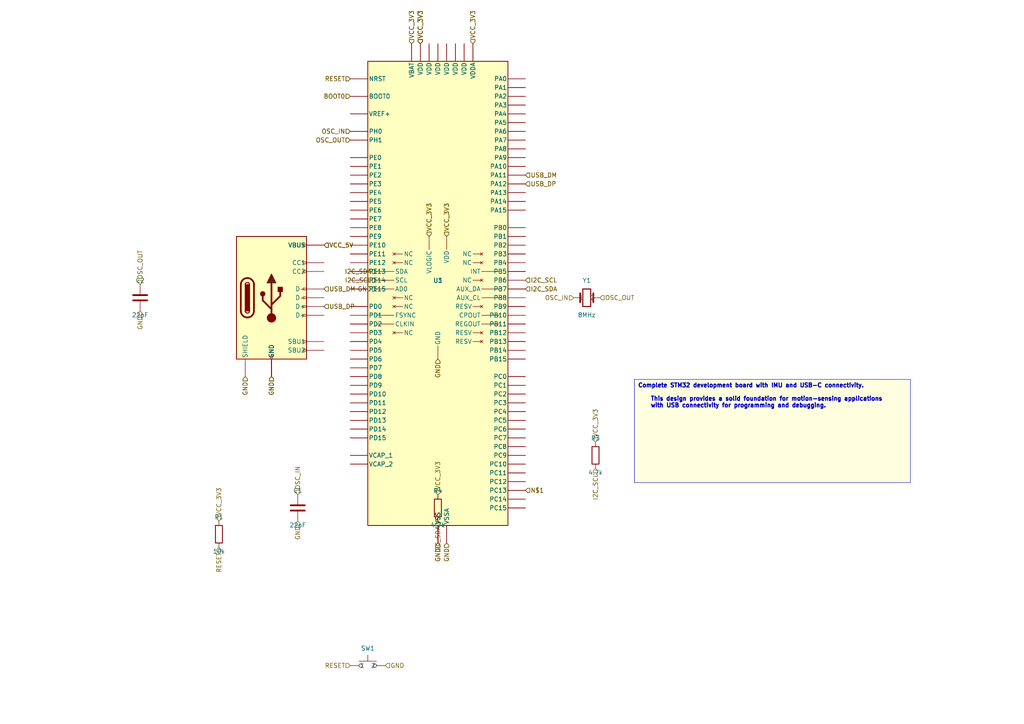
<source format=kicad_sch>
(kicad_sch (version 20250114) (generator "kicad_api") (generator_version 9.0)
  (paper A0)
  (paper A4)
  (lib_symbols
    (symbol "Connector:USB_C_Receptacle_USB2.0_16P" (pin_numbers hide) (pin_names (offset 0.254))
      (property "Reference" "J" (at 0.0 0.0 0))
      (property "Value" "USB_C_Receptacle_USB2.0_16P" (at 0.0 0.0 0))
      (symbol "USB_C_Receptacle_USB2.0_16P_0_1"
        (rectangle (start -0.254 -17.78) (end 0.254 -16.764) (stroke (width 0.0)))
        (rectangle (start 10.16 15.494) (end 9.144 14.986) (stroke (width 0.0)))
        (rectangle (start 10.16 10.414) (end 9.144 9.906) (stroke (width 0.0)))
        (rectangle (start 10.16 7.874) (end 9.144 7.366) (stroke (width 0.0)))
        (rectangle (start 10.16 2.794) (end 9.144 2.286) (stroke (width 0.0)))
        (rectangle (start 10.16 0.254) (end 9.144 -0.254) (stroke (width 0.0)))
        (rectangle (start 10.16 -2.286) (end 9.144 -2.794) (stroke (width 0.0)))
        (rectangle (start 10.16 -4.826) (end 9.144 -5.334) (stroke (width 0.0)))
        (rectangle (start 10.16 -12.446) (end 9.144 -12.954) (stroke (width 0.0)))
        (rectangle (start 10.16 -14.986) (end 9.144 -15.494) (stroke (width 0.0)))
        (rectangle (start -10.16 17.78) (end 10.16 -17.78) (stroke (width 0.254)) (fill (type background)))
        (polyline (pts (xy -8.89 -3.81) (xy -8.89 3.81)) (stroke (width 0.508)))
        (rectangle (start -7.62 -3.81) (end -6.35 3.81) (stroke (width 0.254)) (fill (type outline)))
        (arc (start -7.62 3.81) (mid -6.985 4.4423) (end -6.35 3.81) (stroke (width 0.254)))
        (arc (start -7.62 3.81) (mid -6.985 4.4423) (end -6.35 3.81) (stroke (width 0.254)))
        (arc (start -8.89 3.81) (mid -6.985 5.7067) (end -5.08 3.81) (stroke (width 0.508)))
        (arc (start -5.08 -3.81) (mid -6.985 -5.7067) (end -8.89 -3.81) (stroke (width 0.508)))
        (arc (start -6.35 -3.81) (mid -6.985 -4.4423) (end -7.62 -3.81) (stroke (width 0.254)))
        (arc (start -6.35 -3.81) (mid -6.985 -4.4423) (end -7.62 -3.81) (stroke (width 0.254)))
        (polyline (pts (xy -5.08 3.81) (xy -5.08 -3.81)) (stroke (width 0.508)))
        (circle (center -2.54 1.143) (radius 0.635) (stroke (width 0.254)) (fill (type outline)))
        (polyline (pts (xy -1.27 4.318) (xy 0.0 6.858) (xy 1.27 4.318) (xy -1.27 4.318)) (stroke (width 0.254)) (fill (type outline)))
        (polyline (pts (xy 0.0 -2.032) (xy 2.54 0.508) (xy 2.54 1.778)) (stroke (width 0.508)))
        (polyline (pts (xy 0.0 -3.302) (xy -2.54 -0.762) (xy -2.54 0.508)) (stroke (width 0.508)))
        (polyline (pts (xy 0.0 -5.842) (xy 0.0 4.318)) (stroke (width 0.508)))
        (circle (center 0.0 -5.842) (radius 1.27) (stroke (width 0.0)) (fill (type outline)))
        (rectangle (start 1.905 1.778) (end 3.175 3.048) (stroke (width 0.254)) (fill (type outline)))
      )
      (symbol "USB_C_Receptacle_USB2.0_16P_1_1"
        (pin passive line (at -7.62 -22.86 90) (length 5.08) (name SHIELD) (number S1))
        (pin passive line (at 0.0 -22.86 90) (length 5.08) (name GND) (number A1))
        (pin passive line (at 0.0 -22.86 90) (length 5.08) (name GND) (number A12))
        (pin passive line (at 0.0 -22.86 90) (length 5.08) (name GND) (number B1))
        (pin passive line (at 0.0 -22.86 90) (length 5.08) (name GND) (number B12))
        (pin passive line (at 15.24 15.24 180) (length 5.08) (name VBUS) (number A4))
        (pin passive line (at 15.24 15.24 180) (length 5.08) (name VBUS) (number A9))
        (pin passive line (at 15.24 15.24 180) (length 5.08) (name VBUS) (number B4))
        (pin passive line (at 15.24 15.24 180) (length 5.08) (name VBUS) (number B9))
        (pin bidirectional line (at 15.24 10.16 180) (length 5.08) (name CC1) (number A5))
        (pin bidirectional line (at 15.24 7.62 180) (length 5.08) (name CC2) (number B5))
        (pin bidirectional line (at 15.24 2.54 180) (length 5.08) (name D-) (number A7))
        (pin bidirectional line (at 15.24 0.0 180) (length 5.08) (name D-) (number B7))
        (pin bidirectional line (at 15.24 -2.54 180) (length 5.08) (name D+) (number A6))
        (pin bidirectional line (at 15.24 -5.08 180) (length 5.08) (name D+) (number B6))
        (pin bidirectional line (at 15.24 -12.7 180) (length 5.08) (name SBU1) (number A8))
        (pin bidirectional line (at 15.24 -15.24 180) (length 5.08) (name SBU2) (number B8))
      )
    )
    (symbol "Device:C" (pin_numbers hide) (pin_names (offset 0.254))
      (property "Reference" "C" (at 0.0 0.0 0))
      (property "Value" "C" (at 0.0 0.0 0))
      (symbol "C_0_1"
        (polyline (pts (xy -2.032 0.762) (xy 2.032 0.762)) (stroke (width 0.508)))
        (polyline (pts (xy -2.032 -0.762) (xy 2.032 -0.762)) (stroke (width 0.508)))
      )
      (symbol "C_1_1"
        (pin passive line (at 0.0 3.81 270) (length 2.794) (name ~) (number "1"))
        (pin passive line (at 0.0 -3.81 90) (length 2.794) (name ~) (number "2"))
      )
    )
    (symbol "Device:Crystal" (pin_numbers hide) (pin_names (offset 0.254))
      (property "Reference" "Y" (at 0.0 0.0 0))
      (property "Value" "Crystal" (at 0.0 0.0 0))
      (symbol "Crystal_0_1"
        (polyline (pts (xy -2.54 0.0) (xy -1.905 0.0)) (stroke (width 0.0)))
        (polyline (pts (xy -1.905 -1.27) (xy -1.905 1.27)) (stroke (width 0.508)))
        (rectangle (start -1.143 2.54) (end 1.143 -2.54) (stroke (width 0.3048)))
        (polyline (pts (xy 1.905 -1.27) (xy 1.905 1.27)) (stroke (width 0.508)))
        (polyline (pts (xy 2.54 0.0) (xy 1.905 0.0)) (stroke (width 0.0)))
      )
      (symbol "Crystal_1_1"
        (pin passive line (at -3.81 0.0 0) (length 1.27) (name "1") (number "1"))
        (pin passive line (at 3.81 0.0 180) (length 1.27) (name "2") (number "2"))
      )
    )
    (symbol "Device:LED" (pin_numbers hide) (pin_names (offset 0.254))
      (property "Reference" "D" (at 0.0 0.0 0))
      (property "Value" "LED" (at 0.0 0.0 0))
      (property "Sim.Pins" "1=K 2=A" (at 0.0 0.0 0))
      (symbol "LED_0_1"
        (polyline (pts (xy -3.048 -0.762) (xy -4.572 -2.286) (xy -3.81 -2.286) (xy -4.572 -2.286) (xy -4.572 -1.524)) (stroke (width 0.0)))
        (polyline (pts (xy -1.778 -0.762) (xy -3.302 -2.286) (xy -2.54 -2.286) (xy -3.302 -2.286) (xy -3.302 -1.524)) (stroke (width 0.0)))
        (polyline (pts (xy -1.27 0.0) (xy 1.27 0.0)) (stroke (width 0.0)))
        (polyline (pts (xy -1.27 -1.27) (xy -1.27 1.27)) (stroke (width 0.254)))
        (polyline (pts (xy 1.27 -1.27) (xy 1.27 1.27) (xy -1.27 0.0) (xy 1.27 -1.27)) (stroke (width 0.254)))
      )
      (symbol "LED_1_1"
        (pin passive line (at -3.81 0.0 0) (length 2.54) (name K) (number "1"))
        (pin passive line (at 3.81 0.0 180) (length 2.54) (name A) (number "2"))
      )
    )
    (symbol "Device:R" (pin_numbers hide) (pin_names (offset 0.254))
      (property "Reference" "R" (at 0.0 0.0 0))
      (property "Value" "R" (at 0.0 0.0 0))
      (symbol "R_0_1"
        (rectangle (start -1.016 -2.54) (end 1.016 2.54) (stroke (width 0.254)))
      )
      (symbol "R_1_1"
        (pin passive line (at 0.0 3.81 270) (length 1.27) (name ~) (number "1"))
        (pin passive line (at 0.0 -3.81 90) (length 1.27) (name ~) (number "2"))
      )
    )
    (symbol "MCU_ST_STM32F4:STM32F407VGTx" (pin_numbers hide) (pin_names (offset 0.254))
      (property "Reference" "U" (at 0.0 0.0 0))
      (property "Value" "STM32F407VGTx" (at 0.0 0.0 0))
      (symbol "STM32F407VGTx_0_1"
        (rectangle (start -20.32 -66.04) (end 20.32 68.58) (stroke (width 0.254)) (fill (type background)))
      )
      (symbol "STM32F407VGTx_1_1"
        (pin input line (at -25.4 63.5 0) (length 5.08) (name NRST) (number "14"))
        (pin input line (at -25.4 58.42 0) (length 5.08) (name BOOT0) (number "94"))
        (pin input line (at -25.4 53.34 0) (length 5.08) (name VREF+) (number "21"))
        (pin bidirectional line (at -25.4 48.26 0) (length 5.08) (name PH0) (number "12"))
        (pin bidirectional line (at -25.4 45.72 0) (length 5.08) (name PH1) (number "13"))
        (pin bidirectional line (at -25.4 40.64 0) (length 5.08) (name PE0) (number "97"))
        (pin bidirectional line (at -25.4 38.1 0) (length 5.08) (name PE1) (number "98"))
        (pin bidirectional line (at -25.4 35.56 0) (length 5.08) (name PE2) (number "1"))
        (pin bidirectional line (at -25.4 33.02 0) (length 5.08) (name PE3) (number "2"))
        (pin bidirectional line (at -25.4 30.48 0) (length 5.08) (name PE4) (number "3"))
        (pin bidirectional line (at -25.4 27.94 0) (length 5.08) (name PE5) (number "4"))
        (pin bidirectional line (at -25.4 25.4 0) (length 5.08) (name PE6) (number "5"))
        (pin bidirectional line (at -25.4 22.86 0) (length 5.08) (name PE7) (number "38"))
        (pin bidirectional line (at -25.4 20.32 0) (length 5.08) (name PE8) (number "39"))
        (pin bidirectional line (at -25.4 17.78 0) (length 5.08) (name PE9) (number "40"))
        (pin bidirectional line (at -25.4 15.24 0) (length 5.08) (name PE10) (number "41"))
        (pin bidirectional line (at -25.4 12.7 0) (length 5.08) (name PE11) (number "42"))
        (pin bidirectional line (at -25.4 10.16 0) (length 5.08) (name PE12) (number "43"))
        (pin bidirectional line (at -25.4 7.62 0) (length 5.08) (name PE13) (number "44"))
        (pin bidirectional line (at -25.4 5.08 0) (length 5.08) (name PE14) (number "45"))
        (pin bidirectional line (at -25.4 2.54 0) (length 5.08) (name PE15) (number "46"))
        (pin bidirectional line (at -25.4 -2.54 0) (length 5.08) (name PD0) (number "81"))
        (pin bidirectional line (at -25.4 -5.08 0) (length 5.08) (name PD1) (number "82"))
        (pin bidirectional line (at -25.4 -7.62 0) (length 5.08) (name PD2) (number "83"))
        (pin bidirectional line (at -25.4 -10.16 0) (length 5.08) (name PD3) (number "84"))
        (pin bidirectional line (at -25.4 -12.7 0) (length 5.08) (name PD4) (number "85"))
        (pin bidirectional line (at -25.4 -15.24 0) (length 5.08) (name PD5) (number "86"))
        (pin bidirectional line (at -25.4 -17.78 0) (length 5.08) (name PD6) (number "87"))
        (pin bidirectional line (at -25.4 -20.32 0) (length 5.08) (name PD7) (number "88"))
        (pin bidirectional line (at -25.4 -22.86 0) (length 5.08) (name PD8) (number "55"))
        (pin bidirectional line (at -25.4 -25.4 0) (length 5.08) (name PD9) (number "56"))
        (pin bidirectional line (at -25.4 -27.94 0) (length 5.08) (name PD10) (number "57"))
        (pin bidirectional line (at -25.4 -30.48 0) (length 5.08) (name PD11) (number "58"))
        (pin bidirectional line (at -25.4 -33.02 0) (length 5.08) (name PD12) (number "59"))
        (pin bidirectional line (at -25.4 -35.56 0) (length 5.08) (name PD13) (number "60"))
        (pin bidirectional line (at -25.4 -38.1 0) (length 5.08) (name PD14) (number "61"))
        (pin bidirectional line (at -25.4 -40.64 0) (length 5.08) (name PD15) (number "62"))
        (pin power_out line (at -25.4 -45.72 0) (length 5.08) (name VCAP_1) (number "49"))
        (pin power_out line (at -25.4 -48.26 0) (length 5.08) (name VCAP_2) (number "73"))
        (pin power_in line (at -7.62 73.66 270) (length 5.08) (name VBAT) (number "6"))
        (pin power_in line (at -5.08 73.66 270) (length 5.08) (name VDD) (number "11"))
        (pin power_in line (at -2.54 73.66 270) (length 5.08) (name VDD) (number "19"))
        (pin power_in line (at 0.0 73.66 270) (length 5.08) (name VDD) (number "28"))
        (pin power_in line (at 0.0 -71.12 90) (length 5.08) (name VSS) (number "10"))
        (pin passive line (at 0.0 -71.12 90) (length 5.08) (name VSS) (number "27"))
        (pin passive line (at 0.0 -71.12 90) (length 5.08) (name VSS) (number "74"))
        (pin passive line (at 0.0 -71.12 90) (length 5.08) (name VSS) (number "99"))
        (pin power_in line (at 2.54 73.66 270) (length 5.08) (name VDD) (number "50"))
        (pin power_in line (at 2.54 -71.12 90) (length 5.08) (name VSSA) (number "20"))
        (pin power_in line (at 5.08 73.66 270) (length 5.08) (name VDD) (number "75"))
        (pin power_in line (at 7.62 73.66 270) (length 5.08) (name VDD) (number "100"))
        (pin power_in line (at 10.16 73.66 270) (length 5.08) (name VDDA) (number "22"))
        (pin bidirectional line (at 25.4 63.5 180) (length 5.08) (name PA0) (number "23"))
        (pin bidirectional line (at 25.4 60.96 180) (length 5.08) (name PA1) (number "24"))
        (pin bidirectional line (at 25.4 58.42 180) (length 5.08) (name PA2) (number "25"))
        (pin bidirectional line (at 25.4 55.88 180) (length 5.08) (name PA3) (number "26"))
        (pin bidirectional line (at 25.4 53.34 180) (length 5.08) (name PA4) (number "29"))
        (pin bidirectional line (at 25.4 50.8 180) (length 5.08) (name PA5) (number "30"))
        (pin bidirectional line (at 25.4 48.26 180) (length 5.08) (name PA6) (number "31"))
        (pin bidirectional line (at 25.4 45.72 180) (length 5.08) (name PA7) (number "32"))
        (pin bidirectional line (at 25.4 43.18 180) (length 5.08) (name PA8) (number "67"))
        (pin bidirectional line (at 25.4 40.64 180) (length 5.08) (name PA9) (number "68"))
        (pin bidirectional line (at 25.4 38.1 180) (length 5.08) (name PA10) (number "69"))
        (pin bidirectional line (at 25.4 35.56 180) (length 5.08) (name PA11) (number "70"))
        (pin bidirectional line (at 25.4 33.02 180) (length 5.08) (name PA12) (number "71"))
        (pin bidirectional line (at 25.4 30.48 180) (length 5.08) (name PA13) (number "72"))
        (pin bidirectional line (at 25.4 27.94 180) (length 5.08) (name PA14) (number "76"))
        (pin bidirectional line (at 25.4 25.4 180) (length 5.08) (name PA15) (number "77"))
        (pin bidirectional line (at 25.4 20.32 180) (length 5.08) (name PB0) (number "35"))
        (pin bidirectional line (at 25.4 17.78 180) (length 5.08) (name PB1) (number "36"))
        (pin bidirectional line (at 25.4 15.24 180) (length 5.08) (name PB2) (number "37"))
        (pin bidirectional line (at 25.4 12.7 180) (length 5.08) (name PB3) (number "89"))
        (pin bidirectional line (at 25.4 10.16 180) (length 5.08) (name PB4) (number "90"))
        (pin bidirectional line (at 25.4 7.62 180) (length 5.08) (name PB5) (number "91"))
        (pin bidirectional line (at 25.4 5.08 180) (length 5.08) (name PB6) (number "92"))
        (pin bidirectional line (at 25.4 2.54 180) (length 5.08) (name PB7) (number "93"))
        (pin bidirectional line (at 25.4 0.0 180) (length 5.08) (name PB8) (number "95"))
        (pin bidirectional line (at 25.4 -2.54 180) (length 5.08) (name PB9) (number "96"))
        (pin bidirectional line (at 25.4 -5.08 180) (length 5.08) (name PB10) (number "47"))
        (pin bidirectional line (at 25.4 -7.62 180) (length 5.08) (name PB11) (number "48"))
        (pin bidirectional line (at 25.4 -10.16 180) (length 5.08) (name PB12) (number "51"))
        (pin bidirectional line (at 25.4 -12.7 180) (length 5.08) (name PB13) (number "52"))
        (pin bidirectional line (at 25.4 -15.24 180) (length 5.08) (name PB14) (number "53"))
        (pin bidirectional line (at 25.4 -17.78 180) (length 5.08) (name PB15) (number "54"))
        (pin bidirectional line (at 25.4 -22.86 180) (length 5.08) (name PC0) (number "15"))
        (pin bidirectional line (at 25.4 -25.4 180) (length 5.08) (name PC1) (number "16"))
        (pin bidirectional line (at 25.4 -27.94 180) (length 5.08) (name PC2) (number "17"))
        (pin bidirectional line (at 25.4 -30.48 180) (length 5.08) (name PC3) (number "18"))
        (pin bidirectional line (at 25.4 -33.02 180) (length 5.08) (name PC4) (number "33"))
        (pin bidirectional line (at 25.4 -35.56 180) (length 5.08) (name PC5) (number "34"))
        (pin bidirectional line (at 25.4 -38.1 180) (length 5.08) (name PC6) (number "63"))
        (pin bidirectional line (at 25.4 -40.64 180) (length 5.08) (name PC7) (number "64"))
        (pin bidirectional line (at 25.4 -43.18 180) (length 5.08) (name PC8) (number "65"))
        (pin bidirectional line (at 25.4 -45.72 180) (length 5.08) (name PC9) (number "66"))
        (pin bidirectional line (at 25.4 -48.26 180) (length 5.08) (name PC10) (number "78"))
        (pin bidirectional line (at 25.4 -50.8 180) (length 5.08) (name PC11) (number "79"))
        (pin bidirectional line (at 25.4 -53.34 180) (length 5.08) (name PC12) (number "80"))
        (pin bidirectional line (at 25.4 -55.88 180) (length 5.08) (name PC13) (number "7"))
        (pin bidirectional line (at 25.4 -58.42 180) (length 5.08) (name PC14) (number "8"))
        (pin bidirectional line (at 25.4 -60.96 180) (length 5.08) (name PC15) (number "9"))
      )
    )
    (symbol "Regulator_Linear:AMS1117-3.3" (pin_numbers hide) (pin_names (offset 0.254))
      (property "Reference" "U" (at 0.0 0.0 0))
      (property "Value" "AMS1117-3.3" (at 0.0 0.0 0))
      (symbol "AMS1117-3.3_0_1"
        (rectangle (start -5.08 -5.08) (end 5.08 1.905) (stroke (width 0.254)) (fill (type background)))
      )
      (symbol "AMS1117-3.3_1_1"
        (pin power_in line (at -7.62 0.0 0) (length 2.54) (name VI) (number "3"))
        (pin power_in line (at 0.0 -7.62 90) (length 2.54) (name GND) (number "1"))
        (pin power_out line (at 7.62 0.0 180) (length 2.54) (name VO) (number "2"))
      )
    )
    (symbol "Sensor_Motion:MPU-6050" (pin_numbers hide) (pin_names (offset 0.254))
      (property "Reference" "U" (at 0.0 0.0 0))
      (property "Value" "MPU-6050" (at 0.0 0.0 0))
      (symbol "MPU-6050_0_1"
        (rectangle (start -12.7 13.97) (end 12.7 -13.97) (stroke (width 0.254)) (fill (type background)))
      )
      (symbol "MPU-6050_1_1"
        (pin bidirectional line (at -17.78 7.62 0) (length 5.08) (name SDA) (number "24"))
        (pin input line (at -17.78 5.08 0) (length 5.08) (name SCL) (number "23"))
        (pin input line (at -17.78 2.54 0) (length 5.08) (name AD0) (number "9"))
        (pin input line (at -17.78 -5.08 0) (length 5.08) (name FSYNC) (number "11"))
        (pin input line (at -17.78 -7.62 0) (length 5.08) (name CLKIN) (number "1"))
        (pin no_connect line (at -12.7 12.7 0) (length 2.54) (name NC) (number "2"))
        (pin no_connect line (at -12.7 10.16 0) (length 2.54) (name NC) (number "3"))
        (pin no_connect line (at -12.7 0.0 0) (length 2.54) (name NC) (number "4"))
        (pin no_connect line (at -12.7 -2.54 0) (length 2.54) (name NC) (number "5"))
        (pin no_connect line (at -12.7 -10.16 0) (length 2.54) (name NC) (number "14"))
        (pin power_in line (at -2.54 17.78 270) (length 3.81) (name VLOGIC) (number "8"))
        (pin power_in line (at 0.0 -17.78 90) (length 3.81) (name GND) (number "18"))
        (pin power_in line (at 2.54 17.78 270) (length 3.81) (name VDD) (number "13"))
        (pin no_connect line (at 12.7 12.7 180) (length 2.54) (name NC) (number "15"))
        (pin no_connect line (at 12.7 10.16 180) (length 2.54) (name NC) (number "16"))
        (pin no_connect line (at 12.7 5.08 180) (length 2.54) (name NC) (number "17"))
        (pin no_connect line (at 12.7 -2.54 180) (length 2.54) (name RESV) (number "21"))
        (pin no_connect line (at 12.7 -10.16 180) (length 2.54) (name RESV) (number "19"))
        (pin no_connect line (at 12.7 -12.7 180) (length 2.54) (name RESV) (number "22"))
        (pin output line (at 17.78 7.62 180) (length 5.08) (name INT) (number "12"))
        (pin bidirectional line (at 17.78 2.54 180) (length 5.08) (name AUX_DA) (number "6"))
        (pin output line (at 17.78 0.0 180) (length 5.08) (name AUX_CL) (number "7"))
        (pin passive line (at 17.78 -5.08 180) (length 5.08) (name CPOUT) (number "20"))
        (pin passive line (at 17.78 -7.62 180) (length 5.08) (name REGOUT) (number "10"))
      )
    )
    (symbol "Switch:SW_Push" (pin_numbers hide) (pin_names (offset 0.254))
      (property "Reference" "SW" (at 0.0 0.0 0))
      (property "Value" "SW_Push" (at 0.0 0.0 0))
      (symbol "SW_Push_0_1"
        (circle (center -2.032 0.0) (radius 0.508) (stroke (width 0.0)))
        (polyline (pts (xy 0.0 1.27) (xy 0.0 3.048)) (stroke (width 0.0)))
        (circle (center 2.032 0.0) (radius 0.508) (stroke (width 0.0)))
        (polyline (pts (xy 2.54 1.27) (xy -2.54 1.27)) (stroke (width 0.0)))
      )
      (symbol "SW_Push_1_1"
        (pin passive line (at -5.08 0.0 0) (length 2.54) (name "1") (number "1"))
        (pin passive line (at 5.08 0.0 180) (length 2.54) (name "2") (number "2"))
      )
    )
  )
  (title_block (title STM32_IMU_USBC_Board) (date 2025-07-30) (company Circuit-Synth))
  (symbol (lib_id Connector:USB_C_Receptacle_USB2.0_16P) (at 78.74 86.36 0)
    (property "Reference" "J1" (at 78.74 81.36 0))
    (property "Footprint" "Connector_USB:USB_C_Receptacle_HRO_TYPE-C-31-M-12" (effects (hide yes)))
    (instances (project "circuit" (path "" (reference J1) (unit 1))) (project "stm32_imu_board" (path "" (reference J1) (unit 1))))
  )
  (symbol (lib_id MCU_ST_STM32F4:STM32F407VGTx) (at 127.0 86.36 0)
    (property "Reference" "U1" (at 127.0 81.36 0))
    (property "Footprint" "Package_QFP:LQFP-100_14x14mm_P0.5mm" (effects (hide yes)))
    (instances (project "circuit" (path "" (reference U1) (unit 1))) (project "stm32_imu_board" (path "" (reference U1) (unit 1))))
  )
  (symbol (lib_id Regulator_Linear:AMS1117-3.3) (at 96.52 1330.96 0)
    (property "Reference" "U2" (at 96.52 1325.96 0))
    (property "Footprint" "Package_TO_SOT_SMD:SOT-223-3_TabPin2" (effects (hide yes)))
    (instances (project "circuit" (path "" (reference U2) (unit 1))) (project "stm32_imu_board" (path "" (reference U2) (unit 1))))
  )
  (symbol (lib_id Sensor_Motion:MPU-6050) (at 127.0 86.36 0)
    (property "Reference" "U3" (at 127.0 81.36 0))
    (property "Footprint" "Package_LGA:LGA-24_3x3mm_P0.43mm" (effects (hide yes)))
    (instances (project "circuit" (path "" (reference U3) (unit 1))) (project "stm32_imu_board" (path "" (reference U3) (unit 1))))
  )
  (symbol (lib_id Device:Crystal) (at 170.18 86.36 0)
    (property "Reference" "Y1" (at 170.18 81.36 0))
    (property "Value" "8MHz" (at 170.18 91.36 0))
    (property "Footprint" "Crystal:Crystal_SMD_HC49-SD_H1.5mm" (effects (hide yes)))
    (instances (project "circuit" (path "" (reference Y1) (unit 1))) (project "stm32_imu_board" (path "" (reference Y1) (unit 1))))
  )
  (symbol (lib_id Device:C) (at 86.36 147.32 0)
    (property "Reference" "C1" (at 86.36 142.32 0))
    (property "Value" "22pF" (at 86.36 152.32 0))
    (property "Footprint" "Capacitor_SMD:C_0603_1608Metric" (effects (hide yes)))
    (instances (project "circuit" (path "" (reference C1) (unit 1))) (project "stm32_imu_board" (path "" (reference C1) (unit 1))))
  )
  (symbol (lib_id Device:C) (at 40.64 86.36 0)
    (property "Reference" "C2" (at 40.64 81.36 0))
    (property "Value" "22pF" (at 40.64 91.36 0))
    (property "Footprint" "Capacitor_SMD:C_0603_1608Metric" (effects (hide yes)))
    (instances (project "circuit" (path "" (reference C2) (unit 1))) (project "stm32_imu_board" (path "" (reference C2) (unit 1))))
  )
  (symbol (lib_id Switch:SW_Push) (at 106.68 193.04 0)
    (property "Reference" "SW1" (at 106.68 188.04 0))
    (property "Footprint" "Button_Switch_SMD:SW_SPST_CK_RS282G05A3" (effects (hide yes)))
    (instances (project "circuit" (path "" (reference SW1) (unit 1))) (project "stm32_imu_board" (path "" (reference SW1) (unit 1))))
  )
  (symbol (lib_id Device:R) (at 63.5 154.94 0)
    (property "Reference" "R1" (at 63.5 149.94 0))
    (property "Value" "10k" (at 63.5 159.94 0))
    (property "Footprint" "Resistor_SMD:R_0603_1608Metric" (effects (hide yes)))
    (instances (project "circuit" (path "" (reference R1) (unit 1))) (project "stm32_imu_board" (path "" (reference R1) (unit 1))))
  )
  (symbol (lib_id Device:R) (at 76.2 502.92 0)
    (property "Reference" "R2" (at 76.2 497.92 0))
    (property "Value" "10k" (at 76.2 507.92 0))
    (property "Footprint" "Resistor_SMD:R_0603_1608Metric" (effects (hide yes)))
    (instances (project "circuit" (path "" (reference R2) (unit 1))) (project "stm32_imu_board" (path "" (reference R2) (unit 1))))
  )
  (symbol (lib_id Device:R) (at 172.72 132.08 0)
    (property "Reference" "R3" (at 172.72 127.08000000000001 0))
    (property "Value" "4.7k" (at 172.72 137.08 0))
    (property "Footprint" "Resistor_SMD:R_0603_1608Metric" (effects (hide yes)))
    (instances (project "circuit" (path "" (reference R3) (unit 1))) (project "stm32_imu_board" (path "" (reference R3) (unit 1))))
  )
  (symbol (lib_id Device:R) (at 127.0 147.32 0)
    (property "Reference" "R4" (at 127.0 142.32 0))
    (property "Value" "4.7k" (at 127.0 152.32 0))
    (property "Footprint" "Resistor_SMD:R_0603_1608Metric" (effects (hide yes)))
    (instances (project "circuit" (path "" (reference R4) (unit 1))) (project "stm32_imu_board" (path "" (reference R4) (unit 1))))
  )
  (symbol (lib_id Device:C) (at 25.4 995.6800000000001 0)
    (property "Reference" "C3" (at 25.4 990.6800000000001 0))
    (property "Value" "10uF" (at 25.4 1000.6800000000001 0))
    (property "Footprint" "Capacitor_SMD:C_0805_2012Metric" (effects (hide yes)))
    (instances (project "circuit" (path "" (reference C3) (unit 1))) (project "stm32_imu_board" (path "" (reference C3) (unit 1))))
  )
  (symbol (lib_id Device:C) (at 137.16 1089.66 0)
    (property "Reference" "C4" (at 137.16 1084.66 0))
    (property "Value" "22uF" (at 137.16 1094.66 0))
    (property "Footprint" "Capacitor_SMD:C_0805_2012Metric" (effects (hide yes)))
    (instances (project "circuit" (path "" (reference C4) (unit 1))) (project "stm32_imu_board" (path "" (reference C4) (unit 1))))
  )
  (symbol (lib_id Device:C) (at 96.52 1188.72 0)
    (property "Reference" "C5" (at 96.52 1183.72 0))
    (property "Value" "100nF" (at 96.52 1193.72 0))
    (property "Footprint" "Capacitor_SMD:C_0603_1608Metric" (effects (hide yes)))
    (instances (project "circuit" (path "" (reference C5) (unit 1))) (project "stm32_imu_board" (path "" (reference C5) (unit 1))))
  )
  (symbol (lib_id Device:C) (at 58.42 1290.32 0)
    (property "Reference" "C6" (at 58.42 1285.32 0))
    (property "Value" "100nF" (at 58.42 1295.32 0))
    (property "Footprint" "Capacitor_SMD:C_0603_1608Metric" (effects (hide yes)))
    (instances (project "circuit" (path "" (reference C6) (unit 1))) (project "stm32_imu_board" (path "" (reference C6) (unit 1))))
  )
  (symbol (lib_id Device:C) (at 25.4 1330.96 0)
    (property "Reference" "C7" (at 25.4 1325.96 0))
    (property "Value" "100nF" (at 25.4 1335.96 0))
    (property "Footprint" "Capacitor_SMD:C_0603_1608Metric" (effects (hide yes)))
    (instances (project "circuit" (path "" (reference C7) (unit 1))) (project "stm32_imu_board" (path "" (reference C7) (unit 1))))
  )
  (symbol (lib_id Device:C) (at 45.72 1330.96 0)
    (property "Reference" "C8" (at 45.72 1325.96 0))
    (property "Value" "100nF" (at 45.72 1335.96 0))
    (property "Footprint" "Capacitor_SMD:C_0603_1608Metric" (effects (hide yes)))
    (instances (project "circuit" (path "" (reference C8) (unit 1))) (project "stm32_imu_board" (path "" (reference C8) (unit 1))))
  )
  (symbol (lib_id Device:C) (at 66.04 1330.96 0)
    (property "Reference" "C9" (at 66.04 1325.96 0))
    (property "Value" "100nF" (at 66.04 1335.96 0))
    (property "Footprint" "Capacitor_SMD:C_0603_1608Metric" (effects (hide yes)))
    (instances (project "circuit" (path "" (reference C9) (unit 1))) (project "stm32_imu_board" (path "" (reference C9) (unit 1))))
  )
  (symbol (lib_id Device:C) (at 147.32 690.88 0)
    (property "Reference" "C10" (at 147.32 685.88 0))
    (property "Value" "100nF" (at 147.32 695.88 0))
    (property "Footprint" "Capacitor_SMD:C_0603_1608Metric" (effects (hide yes)))
    (instances (project "circuit" (path "" (reference C10) (unit 1))) (project "stm32_imu_board" (path "" (reference C10) (unit 1))))
  )
  (symbol (lib_id Device:C) (at 106.68 792.48 0)
    (property "Reference" "C11" (at 106.68 787.48 0))
    (property "Value" "10uF" (at 106.68 797.48 0))
    (property "Footprint" "Capacitor_SMD:C_0805_2012Metric" (effects (hide yes)))
    (instances (project "circuit" (path "" (reference C11) (unit 1))) (project "stm32_imu_board" (path "" (reference C11) (unit 1))))
  )
  (symbol (lib_id Device:C) (at 66.04 894.08 0)
    (property "Reference" "C12" (at 66.04 889.08 0))
    (property "Value" "100nF" (at 66.04 899.08 0))
    (property "Footprint" "Capacitor_SMD:C_0603_1608Metric" (effects (hide yes)))
    (instances (project "circuit" (path "" (reference C12) (unit 1))) (project "stm32_imu_board" (path "" (reference C12) (unit 1))))
  )
  (symbol (lib_id Device:LED) (at 38.1 604.52 0)
    (property "Reference" "D1" (at 38.1 599.52 0))
    (property "Footprint" "LED_SMD:LED_0603_1608Metric" (effects (hide yes)))
    (instances (project "circuit" (path "" (reference D1) (unit 1))) (project "stm32_imu_board" (path "" (reference D1) (unit 1))))
  )
  (symbol (lib_id Device:R) (at 25.4 401.32 0)
    (property "Reference" "R5" (at 25.4 396.32 0))
    (property "Value" "330" (at 25.4 406.32 0))
    (property "Footprint" "Resistor_SMD:R_0603_1608Metric" (effects (hide yes)))
    (instances (project "circuit" (path "" (reference R5) (unit 1))) (project "stm32_imu_board" (path "" (reference R5) (unit 1))))
  )
  (hierarchical_label GND (shape input) (at 71.11999999999999 109.22 270))
  (hierarchical_label GND (shape input) (at 78.74 109.22 270))
  (hierarchical_label GND (shape input) (at 78.74 109.22 270))
  (hierarchical_label GND (shape input) (at 78.74 109.22 270))
  (hierarchical_label GND (shape input) (at 78.74 109.22 270))
  (hierarchical_label GND (shape input) (at 71.11999999999999 109.22 270))
  (hierarchical_label GND (shape input) (at 127.0 157.48000000000002 270))
  (hierarchical_label GND (shape input) (at 127.0 157.48000000000002 270))
  (hierarchical_label GND (shape input) (at 127.0 157.48000000000002 270))
  (hierarchical_label GND (shape input) (at 127.0 157.48000000000002 270))
  (hierarchical_label GND (shape input) (at 129.54 157.48000000000002 270))
  (hierarchical_label GND (shape input) (at 129.54 157.48000000000002 270))
  (hierarchical_label GND (shape input) (at 96.52 1338.58 270))
  (hierarchical_label GND (shape input) (at 96.52 1338.58 270))
  (hierarchical_label GND (shape input) (at 109.22 83.82 180))
  (hierarchical_label GND (shape input) (at 127.0 104.14 270))
  (hierarchical_label GND (shape input) (at 127.0 104.14 270))
  (hierarchical_label GND (shape input) (at 109.22 83.82 180))
  (hierarchical_label GND (shape input) (at 86.36 151.13 270))
  (hierarchical_label GND (shape input) (at 40.64 90.17 270))
  (hierarchical_label GND (shape input) (at 111.76 193.04 0))
  (hierarchical_label GND (shape input) (at 76.2 506.73 270))
  (hierarchical_label GND (shape input) (at 25.4 999.49 270))
  (hierarchical_label GND (shape input) (at 137.16 1093.47 270))
  (hierarchical_label GND (shape input) (at 96.52 1192.53 270))
  (hierarchical_label GND (shape input) (at 58.42 1294.1299999999999 270))
  (hierarchical_label GND (shape input) (at 25.4 1334.77 270))
  (hierarchical_label GND (shape input) (at 45.72 1334.77 270))
  (hierarchical_label GND (shape input) (at 66.04 1334.77 270))
  (hierarchical_label GND (shape input) (at 147.32 694.6899999999999 270))
  (hierarchical_label GND (shape input) (at 106.68 796.29 270))
  (hierarchical_label GND (shape input) (at 66.04 897.89 270))
  (hierarchical_label GND (shape input) (at 41.910000000000004 604.52 0))
  (hierarchical_label VCC_5V (shape input) (at 93.97999999999999 71.12 0))
  (hierarchical_label VCC_5V (shape input) (at 93.97999999999999 71.12 0))
  (hierarchical_label VCC_5V (shape input) (at 93.97999999999999 71.12 0))
  (hierarchical_label VCC_5V (shape input) (at 93.97999999999999 71.12 0))
  (hierarchical_label VCC_5V (shape input) (at 88.89999999999999 1330.96 180))
  (hierarchical_label VCC_5V (shape input) (at 88.89999999999999 1330.96 180))
  (hierarchical_label VCC_5V (shape input) (at 25.4 991.8700000000001 90))
  (hierarchical_label USB_DM (shape input) (at 93.97999999999999 83.82 0))
  (hierarchical_label USB_DM (shape input) (at 93.97999999999999 83.82 0))
  (hierarchical_label USB_DM (shape input) (at 152.4 50.8 0))
  (hierarchical_label USB_DM (shape input) (at 152.4 50.8 0))
  (hierarchical_label USB_DP (shape input) (at 93.97999999999999 88.9 0))
  (hierarchical_label USB_DP (shape input) (at 93.97999999999999 88.9 0))
  (hierarchical_label USB_DP (shape input) (at 152.4 53.339999999999996 0))
  (hierarchical_label USB_DP (shape input) (at 152.4 53.339999999999996 0))
  (hierarchical_label RESET (shape input) (at 101.6 22.86 180))
  (hierarchical_label RESET (shape input) (at 101.6 22.86 180))
  (hierarchical_label RESET (shape input) (at 101.60000000000001 193.04 180))
  (hierarchical_label RESET (shape input) (at 63.5 158.75 270))
  (hierarchical_label BOOT0 (shape input) (at 101.6 27.939999999999998 180))
  (hierarchical_label BOOT0 (shape input) (at 101.6 27.939999999999998 180))
  (hierarchical_label BOOT0 (shape input) (at 76.2 499.11 90))
  (hierarchical_label OSC_IN (shape input) (at 101.6 38.1 180))
  (hierarchical_label OSC_IN (shape input) (at 101.6 38.1 180))
  (hierarchical_label OSC_IN (shape input) (at 166.37 86.36 180))
  (hierarchical_label OSC_IN (shape input) (at 86.36 143.51 90))
  (hierarchical_label OSC_OUT (shape input) (at 101.6 40.64 180))
  (hierarchical_label OSC_OUT (shape input) (at 101.6 40.64 180))
  (hierarchical_label OSC_OUT (shape input) (at 173.99 86.36 0))
  (hierarchical_label OSC_OUT (shape input) (at 40.64 82.55 90))
  (hierarchical_label VCC_3V3 (shape input) (at 119.38 12.700000000000003 90))
  (hierarchical_label VCC_3V3 (shape input) (at 121.92 12.700000000000003 90))
  (hierarchical_label VCC_3V3 (shape input) (at 121.92 12.700000000000003 90))
  (hierarchical_label VCC_3V3 (shape input) (at 121.92 12.700000000000003 90))
  (hierarchical_label VCC_3V3 (shape input) (at 121.92 12.700000000000003 90))
  (hierarchical_label VCC_3V3 (shape input) (at 121.92 12.700000000000003 90))
  (hierarchical_label VCC_3V3 (shape input) (at 121.92 12.700000000000003 90))
  (hierarchical_label VCC_3V3 (shape input) (at 137.16 12.700000000000003 90))
  (hierarchical_label VCC_3V3 (shape input) (at 137.16 12.700000000000003 90))
  (hierarchical_label VCC_3V3 (shape input) (at 119.38 12.700000000000003 90))
  (hierarchical_label VCC_3V3 (shape input) (at 104.14 1330.96 0))
  (hierarchical_label VCC_3V3 (shape input) (at 104.14 1330.96 0))
  (hierarchical_label VCC_3V3 (shape input) (at 124.46 68.58 90))
  (hierarchical_label VCC_3V3 (shape input) (at 129.54 68.58 90))
  (hierarchical_label VCC_3V3 (shape input) (at 129.54 68.58 90))
  (hierarchical_label VCC_3V3 (shape input) (at 124.46 68.58 90))
  (hierarchical_label VCC_3V3 (shape input) (at 63.5 151.13 90))
  (hierarchical_label VCC_3V3 (shape input) (at 172.72 128.27 90))
  (hierarchical_label VCC_3V3 (shape input) (at 127.0 143.51 90))
  (hierarchical_label VCC_3V3 (shape input) (at 137.16 1085.8500000000001 90))
  (hierarchical_label VCC_3V3 (shape input) (at 96.52 1184.91 90))
  (hierarchical_label VCC_3V3 (shape input) (at 58.42 1286.51 90))
  (hierarchical_label VCC_3V3 (shape input) (at 25.4 1327.15 90))
  (hierarchical_label VCC_3V3 (shape input) (at 45.72 1327.15 90))
  (hierarchical_label VCC_3V3 (shape input) (at 66.04 1327.15 90))
  (hierarchical_label VCC_3V3 (shape input) (at 147.32 687.07 90))
  (hierarchical_label VCC_3V3 (shape input) (at 106.68 788.6700000000001 90))
  (hierarchical_label VCC_3V3 (shape input) (at 66.04 890.2700000000001 90))
  (hierarchical_label I2C_SCL (shape input) (at 152.4 81.28 0))
  (hierarchical_label I2C_SCL (shape input) (at 152.4 81.28 0))
  (hierarchical_label I2C_SCL (shape input) (at 109.22 81.28 180))
  (hierarchical_label I2C_SCL (shape input) (at 109.22 81.28 180))
  (hierarchical_label I2C_SCL (shape input) (at 172.72 135.89000000000001 270))
  (hierarchical_label I2C_SDA (shape input) (at 152.4 83.82 0))
  (hierarchical_label I2C_SDA (shape input) (at 152.4 83.82 0))
  (hierarchical_label I2C_SDA (shape input) (at 109.22 78.74 180))
  (hierarchical_label I2C_SDA (shape input) (at 109.22 78.74 180))
  (hierarchical_label I2C_SDA (shape input) (at 127.0 151.13 270))
  (hierarchical_label N$1 (shape input) (at 152.4 142.24 0))
  (hierarchical_label N$1 (shape input) (at 152.4 142.24 0))
  (hierarchical_label N$1 (shape input) (at 25.4 397.51 90))
  (hierarchical_label N$2 (shape input) (at 34.29 604.52 180))
  (hierarchical_label N$2 (shape input) (at 25.4 405.13 270))
  (text_box "Complete STM32 development board with IMU and USB-C connectivity.\n    \n    This design provides a solid foundation for motion-sensing applications\n    with USB connectivity for programming and debugging." (exclude_from_sim yes) (at 184.0 110.0 0) (size 80.0 30.0) (margins 1.0 1.0 1.0 1.0) (stroke (width 0.1)) (fill (type color) (color 255 255 224 1)) (effects (font (size 1.2 1.2) (thickness 0.254)) (justify left top)))
  (text_box "Complete STM32 development board with IMU and USB-C connectivity.\n    \n    This design provides a solid foundation for motion-sensing applications\n    with USB connectivity for programming and debugging." (exclude_from_sim yes) (at 184.0 110.0 0) (size 80.0 30.0) (margins 1.0 1.0 1.0 1.0) (stroke (width 0.1)) (fill (type color) (color 255 255 224 1)) (effects (font (size 1.2 1.2) (thickness 0.254)) (justify left top)))
)
</source>
